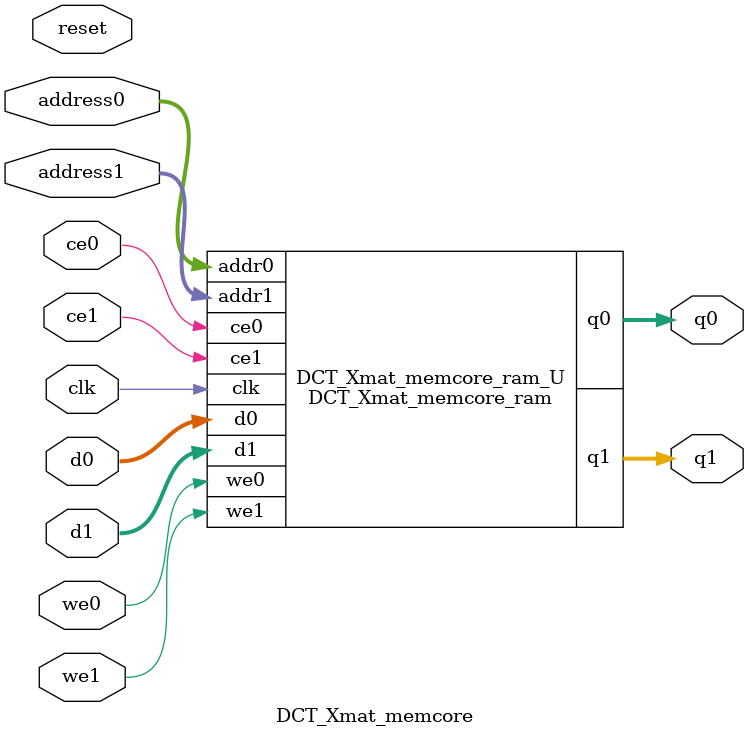
<source format=v>

`timescale 1 ns / 1 ps
module DCT_Xmat_memcore_ram (addr0, ce0, d0, we0, q0, addr1, ce1, d1, we1, q1,  clk);

parameter DWIDTH = 32;
parameter AWIDTH = 7;
parameter MEM_SIZE = 128;

input[AWIDTH-1:0] addr0;
input ce0;
input[DWIDTH-1:0] d0;
input we0;
output reg[DWIDTH-1:0] q0;
input[AWIDTH-1:0] addr1;
input ce1;
input[DWIDTH-1:0] d1;
input we1;
output reg[DWIDTH-1:0] q1;
input clk;

(* ram_style = "block" *)reg [DWIDTH-1:0] ram[MEM_SIZE-1:0];




always @(posedge clk)  
begin 
    if (ce0) 
    begin
        if (we0) 
        begin 
            ram[addr0] <= d0; 
            q0 <= d0;
        end 
        else 
            q0 <= ram[addr0];
    end
end


always @(posedge clk)  
begin 
    if (ce1) 
    begin
        if (we1) 
        begin 
            ram[addr1] <= d1; 
            q1 <= d1;
        end 
        else 
            q1 <= ram[addr1];
    end
end


endmodule


`timescale 1 ns / 1 ps
module DCT_Xmat_memcore(
    reset,
    clk,
    address0,
    ce0,
    we0,
    d0,
    q0,
    address1,
    ce1,
    we1,
    d1,
    q1);

parameter DataWidth = 32'd32;
parameter AddressRange = 32'd128;
parameter AddressWidth = 32'd7;
input reset;
input clk;
input[AddressWidth - 1:0] address0;
input ce0;
input we0;
input[DataWidth - 1:0] d0;
output[DataWidth - 1:0] q0;
input[AddressWidth - 1:0] address1;
input ce1;
input we1;
input[DataWidth - 1:0] d1;
output[DataWidth - 1:0] q1;



DCT_Xmat_memcore_ram DCT_Xmat_memcore_ram_U(
    .clk( clk ),
    .addr0( address0 ),
    .ce0( ce0 ),
    .d0( d0 ),
    .we0( we0 ),
    .q0( q0 ),
    .addr1( address1 ),
    .ce1( ce1 ),
    .d1( d1 ),
    .we1( we1 ),
    .q1( q1 ));

endmodule


</source>
